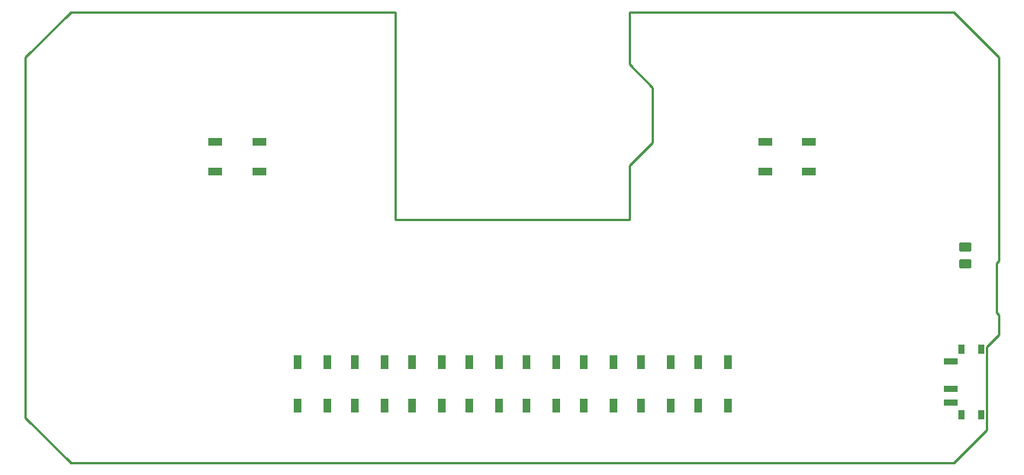
<source format=gbr>
%TF.GenerationSoftware,KiCad,Pcbnew,9.0.7*%
%TF.CreationDate,2026-01-30T16:58:59+00:00*%
%TF.ProjectId,FED3,46454433-2e6b-4696-9361-645f70636258,rev?*%
%TF.SameCoordinates,Original*%
%TF.FileFunction,Paste,Bot*%
%TF.FilePolarity,Positive*%
%FSLAX46Y46*%
G04 Gerber Fmt 4.6, Leading zero omitted, Abs format (unit mm)*
G04 Created by KiCad (PCBNEW 9.0.7) date 2026-01-30 16:58:59*
%MOMM*%
%LPD*%
G01*
G04 APERTURE LIST*
G04 Aperture macros list*
%AMRoundRect*
0 Rectangle with rounded corners*
0 $1 Rounding radius*
0 $2 $3 $4 $5 $6 $7 $8 $9 X,Y pos of 4 corners*
0 Add a 4 corners polygon primitive as box body*
4,1,4,$2,$3,$4,$5,$6,$7,$8,$9,$2,$3,0*
0 Add four circle primitives for the rounded corners*
1,1,$1+$1,$2,$3*
1,1,$1+$1,$4,$5*
1,1,$1+$1,$6,$7*
1,1,$1+$1,$8,$9*
0 Add four rect primitives between the rounded corners*
20,1,$1+$1,$2,$3,$4,$5,0*
20,1,$1+$1,$4,$5,$6,$7,0*
20,1,$1+$1,$6,$7,$8,$9,0*
20,1,$1+$1,$8,$9,$2,$3,0*%
G04 Aperture macros list end*
%ADD10R,1.500000X0.700000*%
%ADD11R,0.800000X1.000000*%
%ADD12R,1.500000X0.900000*%
%ADD13R,0.900000X1.500000*%
%ADD14RoundRect,0.250000X0.450000X-0.262500X0.450000X0.262500X-0.450000X0.262500X-0.450000X-0.262500X0*%
%TA.AperFunction,Profile*%
%ADD15C,0.250000*%
%TD*%
G04 APERTURE END LIST*
D10*
%TO.C,SW1*%
X197200000Y-118800000D03*
X197200000Y-121800000D03*
X197200000Y-123300000D03*
D11*
X198350000Y-117400000D03*
X200550000Y-117400000D03*
X200550000Y-124700000D03*
X198350000Y-124700000D03*
%TD*%
D12*
%TO.C,LED10*%
X176551100Y-97650400D03*
X176551100Y-94350400D03*
X181451100Y-94350400D03*
X181451100Y-97650400D03*
%TD*%
D13*
%TO.C,LED4*%
X153351900Y-123716000D03*
X150051900Y-123716000D03*
X150051900Y-118816000D03*
X153351900Y-118816000D03*
%TD*%
D12*
%TO.C,LED9*%
X115551100Y-97650400D03*
X115551100Y-94350400D03*
X120451100Y-94350400D03*
X120451100Y-97650400D03*
%TD*%
D13*
%TO.C,LED8*%
X127951900Y-123716000D03*
X124651900Y-123716000D03*
X124651900Y-118816000D03*
X127951900Y-118816000D03*
%TD*%
%TO.C,LED3*%
X159701900Y-123716000D03*
X156401900Y-123716000D03*
X156401900Y-118816000D03*
X159701900Y-118816000D03*
%TD*%
%TO.C,LED1*%
X172401900Y-123716000D03*
X169101900Y-123716000D03*
X169101900Y-118816000D03*
X172401900Y-118816000D03*
%TD*%
D14*
%TO.C,R26*%
X198750000Y-107912500D03*
X198750000Y-106087500D03*
%TD*%
D13*
%TO.C,LED2*%
X166051900Y-123716000D03*
X162751900Y-123716000D03*
X162751900Y-118816000D03*
X166051900Y-118816000D03*
%TD*%
%TO.C,LED6*%
X140651900Y-123716000D03*
X137351900Y-123716000D03*
X137351900Y-118816000D03*
X140651900Y-118816000D03*
%TD*%
%TO.C,LED7*%
X134301900Y-123716000D03*
X131001900Y-123716000D03*
X131001900Y-118816000D03*
X134301900Y-118816000D03*
%TD*%
%TO.C,LED5*%
X147001900Y-123716000D03*
X143701900Y-123716000D03*
X143701900Y-118816000D03*
X147001900Y-118816000D03*
%TD*%
D15*
X201101100Y-126403600D02*
X201101100Y-117203600D01*
X161501100Y-103003600D02*
X135501100Y-103003600D01*
X161501100Y-80003600D02*
X161501100Y-85751600D01*
X161501100Y-85751600D02*
X164097100Y-88347600D01*
X99501100Y-80003600D02*
X94501100Y-85003600D01*
X202221100Y-107883600D02*
X202501100Y-107603600D01*
X202501100Y-85003600D02*
X197501100Y-80003600D01*
X202221100Y-113323600D02*
X202221100Y-107883600D01*
X202501100Y-107603600D02*
X202501100Y-85003600D01*
X161501100Y-96983600D02*
X161501100Y-103003600D01*
X202501100Y-113603600D02*
X202221100Y-113323600D01*
X135501100Y-103003600D02*
X135501100Y-80003600D01*
X94501100Y-125003600D02*
X99501100Y-130003600D01*
X164097100Y-88347600D02*
X164097100Y-94443600D01*
X197501100Y-130003600D02*
X201101100Y-126403600D01*
X197501100Y-80003600D02*
X161501100Y-80003600D01*
X202501100Y-115803600D02*
X202501100Y-113603600D01*
X94501100Y-85003600D02*
X94501100Y-125003600D01*
X99501100Y-130003600D02*
X197501100Y-130003600D01*
X164097100Y-94443600D02*
X161501100Y-96983600D01*
X201101100Y-117203600D02*
X202501100Y-115803600D01*
X135501100Y-80003600D02*
X99501100Y-80003600D01*
M02*

</source>
